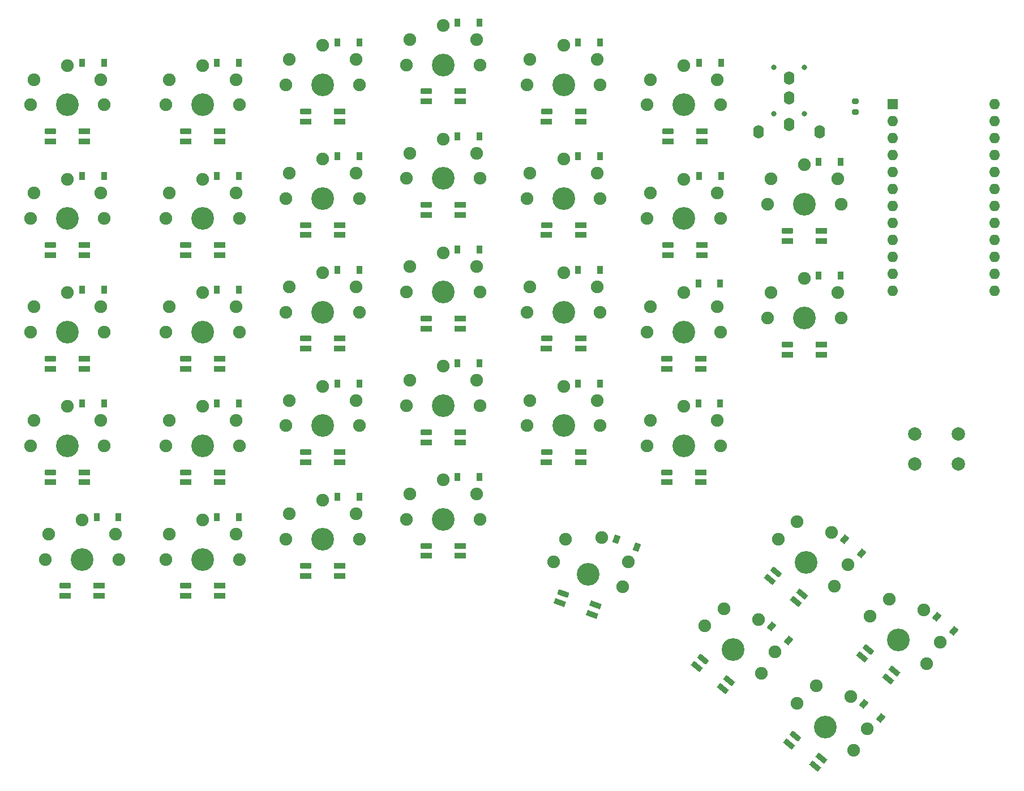
<source format=gts>
G04 #@! TF.GenerationSoftware,KiCad,Pcbnew,(6.0.5)*
G04 #@! TF.CreationDate,2022-06-20T01:21:13+02:00*
G04 #@! TF.ProjectId,LPKeyboard,4c504b65-7962-46f6-9172-642e6b696361,rev?*
G04 #@! TF.SameCoordinates,Original*
G04 #@! TF.FileFunction,Soldermask,Top*
G04 #@! TF.FilePolarity,Negative*
%FSLAX46Y46*%
G04 Gerber Fmt 4.6, Leading zero omitted, Abs format (unit mm)*
G04 Created by KiCad (PCBNEW (6.0.5)) date 2022-06-20 01:21:13*
%MOMM*%
%LPD*%
G01*
G04 APERTURE LIST*
G04 Aperture macros list*
%AMRoundRect*
0 Rectangle with rounded corners*
0 $1 Rounding radius*
0 $2 $3 $4 $5 $6 $7 $8 $9 X,Y pos of 4 corners*
0 Add a 4 corners polygon primitive as box body*
4,1,4,$2,$3,$4,$5,$6,$7,$8,$9,$2,$3,0*
0 Add four circle primitives for the rounded corners*
1,1,$1+$1,$2,$3*
1,1,$1+$1,$4,$5*
1,1,$1+$1,$6,$7*
1,1,$1+$1,$8,$9*
0 Add four rect primitives between the rounded corners*
20,1,$1+$1,$2,$3,$4,$5,0*
20,1,$1+$1,$4,$5,$6,$7,0*
20,1,$1+$1,$6,$7,$8,$9,0*
20,1,$1+$1,$8,$9,$2,$3,0*%
%AMRotRect*
0 Rectangle, with rotation*
0 The origin of the aperture is its center*
0 $1 length*
0 $2 width*
0 $3 Rotation angle, in degrees counterclockwise*
0 Add horizontal line*
21,1,$1,$2,0,0,$3*%
G04 Aperture macros list end*
%ADD10R,1.700000X0.820000*%
%ADD11RoundRect,0.205000X-0.645000X-0.205000X0.645000X-0.205000X0.645000X0.205000X-0.645000X0.205000X0*%
%ADD12C,1.900000*%
%ADD13C,3.400000*%
%ADD14R,0.900000X1.200000*%
%ADD15RotRect,0.900000X1.200000X140.000000*%
%ADD16RotRect,0.900000X1.200000X160.000000*%
%ADD17R,1.600000X1.600000*%
%ADD18O,1.600000X1.600000*%
%ADD19RotRect,1.700000X0.820000X320.000000*%
%ADD20RoundRect,0.205000X-0.625870X0.257559X0.362327X-0.571637X0.625870X-0.257559X-0.362327X0.571637X0*%
%ADD21C,2.000000*%
%ADD22RotRect,1.700000X0.820000X340.000000*%
%ADD23RoundRect,0.205000X-0.676216X0.027966X0.535988X-0.413240X0.676216X-0.027966X-0.535988X0.413240X0*%
%ADD24C,0.800000*%
%ADD25O,1.600000X2.000000*%
%ADD26RoundRect,0.200000X0.275000X-0.200000X0.275000X0.200000X-0.275000X0.200000X-0.275000X-0.200000X0*%
G04 APERTURE END LIST*
D10*
X49960000Y-64529800D03*
D11*
X44870000Y-64529800D03*
D10*
X44860000Y-66029800D03*
X49960000Y-66029800D03*
X142147500Y-98527400D03*
D11*
X137057500Y-98527400D03*
D10*
X137047500Y-100027400D03*
X142147500Y-100027400D03*
D12*
X145097500Y-94564400D03*
X134097500Y-94564400D03*
D13*
X139597500Y-94564400D03*
D12*
X139597500Y-88664400D03*
X134597500Y-90764400D03*
X144597500Y-90764400D03*
D10*
X124147500Y-95529800D03*
D11*
X119057500Y-95529800D03*
D10*
X119047500Y-97029800D03*
X124147500Y-97029800D03*
D12*
X163097500Y-92439400D03*
X152097500Y-92439400D03*
D13*
X157597500Y-92439400D03*
D12*
X157597500Y-86539400D03*
X152597500Y-88639400D03*
X162597500Y-88639400D03*
X127097500Y-74564400D03*
X116097500Y-74564400D03*
D13*
X121597500Y-74564400D03*
D12*
X121597500Y-68664400D03*
X116597500Y-70764400D03*
X126597500Y-70764400D03*
X73097500Y-77564400D03*
X62097500Y-77564400D03*
D13*
X67597500Y-77564400D03*
D12*
X67597500Y-71664400D03*
X62597500Y-73764400D03*
X72597500Y-73764400D03*
X163097500Y-75439400D03*
X152097500Y-75439400D03*
D13*
X157597500Y-75439400D03*
D12*
X157597500Y-69539400D03*
X152597500Y-71639400D03*
X162597500Y-71639400D03*
X109097500Y-54564400D03*
X98097500Y-54564400D03*
D13*
X103597500Y-54564400D03*
D12*
X103597500Y-48664400D03*
X98597500Y-50764400D03*
X108597500Y-50764400D03*
X73097500Y-60564400D03*
X62097500Y-60564400D03*
D13*
X67597500Y-60564400D03*
D12*
X67597500Y-54664400D03*
X62597500Y-56764400D03*
X72597500Y-56764400D03*
X151188790Y-145599140D03*
X142762302Y-138528476D03*
D13*
X146975546Y-142063808D03*
D12*
X150767993Y-137544146D03*
X145587917Y-135938901D03*
X153248361Y-142366777D03*
D14*
X91049127Y-68231064D03*
X87749127Y-68231064D03*
D12*
X109097500Y-105564400D03*
X98097500Y-105564400D03*
D13*
X103597500Y-105564400D03*
D12*
X103597500Y-99664400D03*
X98597500Y-101764400D03*
X108597500Y-101764400D03*
D10*
X88147500Y-61529800D03*
D11*
X83057500Y-61529800D03*
D10*
X83047500Y-63029800D03*
X88147500Y-63029800D03*
D15*
X169020276Y-152295887D03*
X166492330Y-150174687D03*
D16*
X132601361Y-126716500D03*
X129500375Y-125587834D03*
D10*
X49960000Y-98529800D03*
D11*
X44870000Y-98529800D03*
D10*
X44860000Y-100029800D03*
X49960000Y-100029800D03*
D14*
X52861627Y-105231064D03*
X49561627Y-105231064D03*
D10*
X160147500Y-79404800D03*
D11*
X155057500Y-79404800D03*
D10*
X155047500Y-80904800D03*
X160147500Y-80904800D03*
D12*
X145097500Y-77564400D03*
X134097500Y-77564400D03*
D13*
X139597500Y-77564400D03*
D12*
X139597500Y-71664400D03*
X134597500Y-73764400D03*
X144597500Y-73764400D03*
D17*
X170825000Y-60432500D03*
D18*
X170825000Y-62972500D03*
X170825000Y-65512500D03*
X170825000Y-68052500D03*
X170825000Y-70592500D03*
X170825000Y-73132500D03*
X170825000Y-75672500D03*
X170825000Y-78212500D03*
X170825000Y-80752500D03*
X170825000Y-83292500D03*
X170825000Y-85832500D03*
X170825000Y-88372500D03*
X186065000Y-88372500D03*
X186065000Y-85832500D03*
X186065000Y-83292500D03*
X186065000Y-80752500D03*
X186065000Y-78212500D03*
X186065000Y-75672500D03*
X186065000Y-73132500D03*
X186065000Y-70592500D03*
X186065000Y-68052500D03*
X186065000Y-65512500D03*
X186065000Y-62972500D03*
X186065000Y-60432500D03*
D14*
X52861627Y-71231064D03*
X49561627Y-71231064D03*
D15*
X155231477Y-140725711D03*
X152703531Y-138604511D03*
D12*
X109097500Y-88564400D03*
X98097500Y-88564400D03*
D13*
X103597500Y-88564400D03*
D12*
X103597500Y-82664400D03*
X98597500Y-84764400D03*
X108597500Y-84764400D03*
D10*
X142147500Y-115529800D03*
D11*
X137057500Y-115529800D03*
D10*
X137047500Y-117029800D03*
X142147500Y-117029800D03*
D14*
X91049127Y-102231064D03*
X87749127Y-102231064D03*
X73049127Y-105231064D03*
X69749127Y-105231064D03*
X55049127Y-122231064D03*
X51749127Y-122231064D03*
D12*
X109097500Y-122564400D03*
X98097500Y-122564400D03*
D13*
X103597500Y-122564400D03*
D12*
X103597500Y-116664400D03*
X98597500Y-118764400D03*
X108597500Y-118764400D03*
D14*
X91049127Y-51231064D03*
X87749127Y-51231064D03*
D10*
X88147500Y-78529800D03*
D11*
X83057500Y-78529800D03*
D10*
X83047500Y-80029800D03*
X88147500Y-80029800D03*
D12*
X52910000Y-60564400D03*
X41910000Y-60564400D03*
D13*
X47410000Y-60564400D03*
D12*
X47410000Y-54664400D03*
X42410000Y-56764400D03*
X52410000Y-56764400D03*
D10*
X70147500Y-115529800D03*
D11*
X65057500Y-115529800D03*
D10*
X65047500Y-117029800D03*
X70147500Y-117029800D03*
X70147500Y-64529800D03*
D11*
X65057500Y-64529800D03*
D10*
X65047500Y-66029800D03*
X70147500Y-66029800D03*
D12*
X52910000Y-77564400D03*
X41910000Y-77564400D03*
D13*
X47410000Y-77564400D03*
D12*
X47410000Y-71664400D03*
X42410000Y-73764400D03*
X52410000Y-73764400D03*
D10*
X106147500Y-92529800D03*
D11*
X101057500Y-92529800D03*
D10*
X101047500Y-94029800D03*
X106147500Y-94029800D03*
D19*
X157307439Y-133717832D03*
D20*
X153408273Y-130446043D03*
D19*
X152436431Y-131588682D03*
X156343258Y-134866899D03*
D12*
X91097500Y-125564400D03*
X80097500Y-125564400D03*
D13*
X85597500Y-125564400D03*
D12*
X85597500Y-119664400D03*
X80597500Y-121764400D03*
X90597500Y-121764400D03*
D14*
X73049127Y-88231064D03*
X69749127Y-88231064D03*
D12*
X91097500Y-74564400D03*
X80097500Y-74564400D03*
D13*
X85597500Y-74564400D03*
D12*
X85597500Y-68664400D03*
X80597500Y-70764400D03*
X90597500Y-70764400D03*
X73097500Y-111564400D03*
X62097500Y-111564400D03*
D13*
X67597500Y-111564400D03*
D12*
X67597500Y-105664400D03*
X62597500Y-107764400D03*
X72597500Y-107764400D03*
D14*
X145199127Y-54231064D03*
X141899127Y-54231064D03*
X109049127Y-116231064D03*
X105749127Y-116231064D03*
X109049127Y-99231064D03*
X105749127Y-99231064D03*
X73049127Y-122231064D03*
X69749127Y-122231064D03*
D12*
X162116179Y-132576384D03*
X153689691Y-125505720D03*
D13*
X157902935Y-129041052D03*
D12*
X161695382Y-124521390D03*
X156515306Y-122916145D03*
X164175750Y-129344021D03*
D14*
X163049127Y-69106064D03*
X159749127Y-69106064D03*
D12*
X145097500Y-111564400D03*
X134097500Y-111564400D03*
D13*
X139597500Y-111564400D03*
D12*
X139597500Y-105664400D03*
X134597500Y-107764400D03*
X144597500Y-107764400D03*
X73097500Y-128564400D03*
X62097500Y-128564400D03*
D13*
X67597500Y-128564400D03*
D12*
X67597500Y-122664400D03*
X62597500Y-124764400D03*
X72597500Y-124764400D03*
D14*
X127049127Y-102231064D03*
X123749127Y-102231064D03*
D12*
X127097500Y-91564400D03*
X116097500Y-91564400D03*
D13*
X121597500Y-91564400D03*
D12*
X121597500Y-85664400D03*
X116597500Y-87764400D03*
X126597500Y-87764400D03*
X52910000Y-94564400D03*
X41910000Y-94564400D03*
D13*
X47410000Y-94564400D03*
D12*
X47410000Y-88664400D03*
X42410000Y-90764400D03*
X52410000Y-90764400D03*
D10*
X124147500Y-112529800D03*
D11*
X119057500Y-112529800D03*
D10*
X119047500Y-114029800D03*
X124147500Y-114029800D03*
D12*
X91097500Y-57564400D03*
X80097500Y-57564400D03*
D13*
X85597500Y-57564400D03*
D12*
X85597500Y-51664400D03*
X80597500Y-53764400D03*
X90597500Y-53764400D03*
D10*
X88147500Y-112529800D03*
D11*
X83057500Y-112529800D03*
D10*
X83047500Y-114029800D03*
X88147500Y-114029800D03*
X106147500Y-126529800D03*
D11*
X101057500Y-126529800D03*
D10*
X101047500Y-128029800D03*
X106147500Y-128029800D03*
D21*
X180643600Y-109814800D03*
X174143600Y-109814800D03*
X174143600Y-114314800D03*
X180643600Y-114314800D03*
D10*
X106147500Y-109529800D03*
D11*
X101057500Y-109529800D03*
D10*
X101047500Y-111029800D03*
X106147500Y-111029800D03*
X52147500Y-132529800D03*
D11*
X47057500Y-132529800D03*
D10*
X47047500Y-134029800D03*
X52147500Y-134029800D03*
X49960000Y-81529800D03*
D11*
X44870000Y-81529800D03*
D10*
X44860000Y-83029800D03*
X49960000Y-83029800D03*
D12*
X73097500Y-94564400D03*
X62097500Y-94564400D03*
D13*
X67597500Y-94564400D03*
D12*
X67597500Y-88664400D03*
X62597500Y-90764400D03*
X72597500Y-90764400D03*
X127097500Y-108564400D03*
X116097500Y-108564400D03*
D13*
X121597500Y-108564400D03*
D12*
X121597500Y-102664400D03*
X116597500Y-104764400D03*
X126597500Y-104764400D03*
D14*
X52861627Y-88231064D03*
X49561627Y-88231064D03*
D19*
X146380050Y-146740589D03*
D20*
X142480884Y-143468800D03*
D19*
X141509042Y-144611439D03*
X145415869Y-147889656D03*
D10*
X70147500Y-81529800D03*
D11*
X65057500Y-81529800D03*
D10*
X65047500Y-83029800D03*
X70147500Y-83029800D03*
D14*
X73049127Y-54231064D03*
X69749127Y-54231064D03*
X73049127Y-71231064D03*
X69749127Y-71231064D03*
X127049127Y-68231064D03*
X123749127Y-68231064D03*
D12*
X91097500Y-108564400D03*
X80097500Y-108564400D03*
D13*
X85597500Y-108564400D03*
D12*
X85597500Y-102664400D03*
X80597500Y-104764400D03*
X90597500Y-104764400D03*
D19*
X160168849Y-158310766D03*
D20*
X156269683Y-155038977D03*
D19*
X155297841Y-156181616D03*
X159204668Y-159459833D03*
D12*
X127097500Y-57564400D03*
X116097500Y-57564400D03*
D13*
X121597500Y-57564400D03*
D12*
X121597500Y-51664400D03*
X116597500Y-53764400D03*
X126597500Y-53764400D03*
X52910000Y-111564400D03*
X41910000Y-111564400D03*
D13*
X47410000Y-111564400D03*
D12*
X47410000Y-105664400D03*
X42410000Y-107764400D03*
X52410000Y-107764400D03*
D15*
X166158866Y-127702955D03*
X163630920Y-125581755D03*
D10*
X88147500Y-129529800D03*
D11*
X83057500Y-129529800D03*
D10*
X83047500Y-131029800D03*
X88147500Y-131029800D03*
D14*
X52861627Y-54231064D03*
X49561627Y-54231064D03*
D10*
X160147500Y-96404800D03*
D11*
X155057500Y-96404800D03*
D10*
X155047500Y-97904800D03*
X160147500Y-97904800D03*
D14*
X109049127Y-65231064D03*
X105749127Y-65231064D03*
D10*
X142297500Y-81529800D03*
D11*
X137207500Y-81529800D03*
D10*
X137197500Y-83029800D03*
X142297500Y-83029800D03*
D19*
X171096240Y-145288010D03*
D20*
X167197074Y-142016221D03*
D19*
X166225232Y-143158860D03*
X170132059Y-146437077D03*
D12*
X175904979Y-144146561D03*
X167478491Y-137075897D03*
D13*
X171691735Y-140611229D03*
D12*
X175484182Y-136091567D03*
X170304106Y-134486322D03*
X177964550Y-140914198D03*
D14*
X145049127Y-105231064D03*
X141749127Y-105231064D03*
D12*
X145097500Y-60564400D03*
X134097500Y-60564400D03*
D13*
X139597500Y-60564400D03*
D12*
X139597500Y-54664400D03*
X134597500Y-56764400D03*
X144597500Y-56764400D03*
D22*
X126347153Y-135397863D03*
D23*
X121564118Y-133656980D03*
D22*
X121041691Y-135063099D03*
X125834123Y-136807402D03*
D12*
X109097500Y-71564400D03*
X98097500Y-71564400D03*
D13*
X103597500Y-71564400D03*
D12*
X103597500Y-65664400D03*
X98597500Y-67764400D03*
X108597500Y-67764400D03*
D14*
X145049127Y-87274064D03*
X141749127Y-87274064D03*
D24*
X153035000Y-61907500D03*
X153035000Y-54907500D03*
D25*
X150735000Y-64607500D03*
X155335000Y-59507500D03*
X155335000Y-56507500D03*
X155335000Y-63507500D03*
D10*
X70147500Y-98529800D03*
D11*
X65057500Y-98529800D03*
D10*
X65047500Y-100029800D03*
X70147500Y-100029800D03*
X49960000Y-115529800D03*
D11*
X44870000Y-115529800D03*
D10*
X44860000Y-117029800D03*
X49960000Y-117029800D03*
D12*
X130475493Y-132680565D03*
X120138875Y-128918343D03*
D13*
X125307184Y-130799454D03*
D12*
X127325103Y-125255268D03*
X121908397Y-125518521D03*
X131305324Y-128938723D03*
D14*
X91049127Y-85231064D03*
X87749127Y-85231064D03*
D10*
X124147500Y-78529800D03*
D11*
X119057500Y-78529800D03*
D10*
X119047500Y-80029800D03*
X124147500Y-80029800D03*
X124147500Y-61529800D03*
D11*
X119057500Y-61529800D03*
D10*
X119047500Y-63029800D03*
X124147500Y-63029800D03*
D12*
X55097500Y-128564400D03*
X44097500Y-128564400D03*
D13*
X49597500Y-128564400D03*
D12*
X49597500Y-122664400D03*
X44597500Y-124764400D03*
X54597500Y-124764400D03*
D14*
X145199127Y-71231064D03*
X141899127Y-71231064D03*
X91049127Y-119231064D03*
X87749127Y-119231064D03*
D10*
X70147500Y-132529800D03*
D11*
X65057500Y-132529800D03*
D10*
X65047500Y-134029800D03*
X70147500Y-134029800D03*
D14*
X127049127Y-51231064D03*
X123749127Y-51231064D03*
X127049127Y-85231064D03*
X123749127Y-85231064D03*
D10*
X106147500Y-58529800D03*
D11*
X101057500Y-58529800D03*
D10*
X101047500Y-60029800D03*
X106147500Y-60029800D03*
D14*
X163049127Y-86106064D03*
X159749127Y-86106064D03*
X109049127Y-48231064D03*
X105749127Y-48231064D03*
D12*
X164977590Y-157169317D03*
X156551102Y-150098653D03*
D13*
X160764346Y-153633985D03*
D12*
X164556793Y-149114323D03*
X159376717Y-147509078D03*
X167037161Y-153936954D03*
D10*
X142297500Y-64529800D03*
D11*
X137207500Y-64529800D03*
D10*
X137197500Y-66029800D03*
X142297500Y-66029800D03*
X88147500Y-95529800D03*
D11*
X83057500Y-95529800D03*
D10*
X83047500Y-97029800D03*
X88147500Y-97029800D03*
D14*
X109049127Y-82231064D03*
X105749127Y-82231064D03*
D26*
X165252400Y-61632600D03*
X165252400Y-59982600D03*
D15*
X179947666Y-139273132D03*
X177419720Y-137151932D03*
D12*
X91097500Y-91564400D03*
X80097500Y-91564400D03*
D13*
X85597500Y-91564400D03*
D12*
X85597500Y-85664400D03*
X80597500Y-87764400D03*
X90597500Y-87764400D03*
D10*
X106147500Y-75529800D03*
D11*
X101057500Y-75529800D03*
D10*
X101047500Y-77029800D03*
X106147500Y-77029800D03*
D24*
X157642915Y-61911819D03*
X157642915Y-54911819D03*
D25*
X159942915Y-64611819D03*
X155342915Y-59511819D03*
X155342915Y-56511819D03*
X155342915Y-63511819D03*
D21*
X174143600Y-109814800D03*
X180643600Y-109814800D03*
X180643600Y-114314800D03*
X174143600Y-114314800D03*
M02*

</source>
